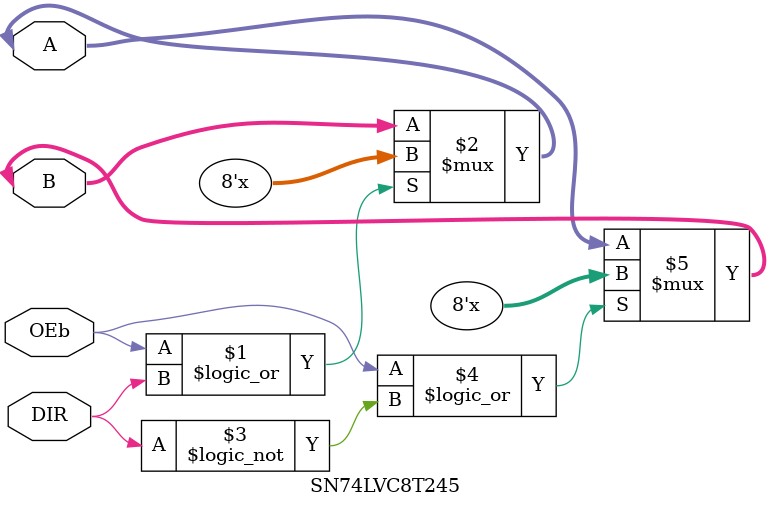
<source format=v>
module SN74LVC8T245(
	inout [7:0] A,
	inout [7:0] B,
	input DIR,
	input OEb
);

assign A = OEb || DIR ? 8'hzz : B;
assign B = OEb || !DIR ? 8'hzz : A;

endmodule

</source>
